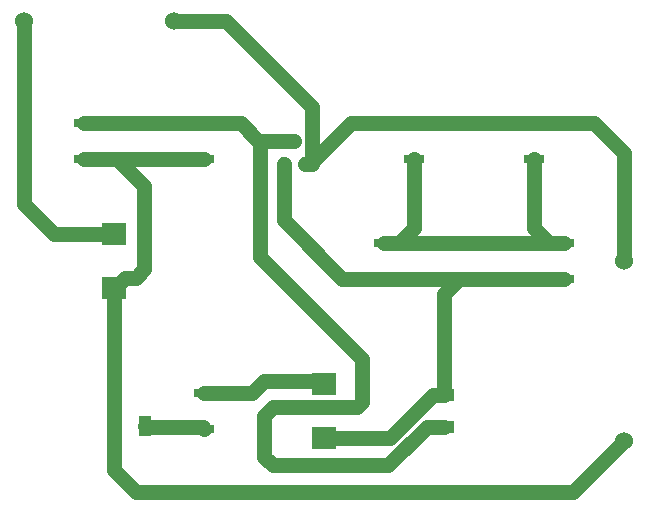
<source format=gbr>
%TF.GenerationSoftware,Altium Limited,Altium Designer,22.0.2 (36)*%
G04 Layer_Physical_Order=1*
G04 Layer_Color=255*
%FSLAX26Y26*%
%MOIN*%
%TF.SameCoordinates,78F3E5F7-FCA1-4231-9FF1-04497C850479*%
%TF.FilePolarity,Positive*%
%TF.FileFunction,Copper,L1,Top,Signal*%
%TF.Part,Single*%
G01*
G75*
%TA.AperFunction,SMDPad,CuDef*%
%ADD10R,0.068898X0.030000*%
%ADD11R,0.022000X0.050000*%
%ADD12R,0.080000X0.074000*%
%ADD13R,0.043307X0.066929*%
%ADD14R,0.066929X0.043307*%
%TA.AperFunction,Conductor*%
%ADD15C,0.050000*%
%TA.AperFunction,ViaPad*%
%ADD16C,0.060000*%
D10*
X400000Y1359000D02*
D03*
Y1241000D02*
D03*
X800000Y1359000D02*
D03*
Y1241000D02*
D03*
X1900000Y1359000D02*
D03*
Y1241000D02*
D03*
X1500000Y1359000D02*
D03*
Y1241000D02*
D03*
X2000000Y959000D02*
D03*
Y841000D02*
D03*
X1700000Y959000D02*
D03*
Y841000D02*
D03*
X1400000Y959000D02*
D03*
Y841000D02*
D03*
X800000Y459000D02*
D03*
Y341000D02*
D03*
D11*
X1100000Y1300000D02*
D03*
X1136024Y1224000D02*
D03*
X1063976D02*
D03*
D12*
X500000Y811000D02*
D03*
Y989000D02*
D03*
X1200000Y311000D02*
D03*
Y489000D02*
D03*
D13*
X603150Y350000D02*
D03*
X496850D02*
D03*
D14*
X1600000Y453150D02*
D03*
Y346850D02*
D03*
D15*
X510000Y1241000D02*
X600000Y1151000D01*
X503000Y811000D02*
X536333Y844333D01*
X570711D02*
X600000Y873623D01*
X500000Y811000D02*
X503000D01*
X536333Y844333D02*
X570711D01*
X600000Y873623D02*
Y1151000D01*
X603150Y348846D02*
X606496Y345500D01*
X603150Y348846D02*
Y350000D01*
X606496Y345500D02*
X795500D01*
X800000Y341000D01*
X571000Y129000D02*
X2029000D01*
X496850Y203150D02*
X571000Y129000D01*
X496850Y203150D02*
Y350000D01*
X498425Y809425D02*
X500000Y811000D01*
X498425Y351575D02*
Y809425D01*
X496850Y350000D02*
X498425Y351575D01*
X2029000Y129000D02*
X2200000Y300000D01*
X1029289Y219000D02*
X1413150D01*
X1000000Y248289D02*
X1029289Y219000D01*
X1000000Y248289D02*
Y382711D01*
X1029289Y412000D02*
X1307000D01*
X1000000Y382711D02*
X1029289Y412000D01*
X1000000Y500000D02*
X1189000D01*
X1200000Y489000D01*
X800000Y459000D02*
X959000D01*
X1000000Y500000D01*
X1324000Y429000D02*
Y573000D01*
X1307000Y412000D02*
X1324000Y429000D01*
X1063976Y1036024D02*
Y1224000D01*
X1259000Y841000D02*
X1400000D01*
X1063976Y1036024D02*
X1259000Y841000D01*
X979224Y1300000D02*
X985000Y1294224D01*
Y912000D02*
Y1294224D01*
X920224Y1359000D02*
X979224Y1300000D01*
X1100000D01*
X800000Y1359000D02*
X920224D01*
X1160000Y1224000D02*
Y1231000D01*
X873000Y1700000D02*
X1160000Y1413000D01*
X1136024Y1224000D02*
X1153000D01*
X1160000Y1231000D01*
Y1413000D01*
X1153000Y1224000D02*
X1160000D01*
X700000Y1700000D02*
X873000D01*
X400000Y1241000D02*
X510000D01*
X1160000Y1231000D02*
X1288000Y1359000D01*
X1400000Y841000D02*
X1650000D01*
X1450000Y959000D02*
X1700000D01*
X1650000Y841000D02*
X1700000D01*
X1600000Y791000D02*
X1650000Y841000D01*
X1600000Y453150D02*
Y791000D01*
X985000Y912000D02*
X1324000Y573000D01*
X1413150Y219000D02*
X1541000Y346850D01*
X1600000D01*
X1500000Y1009000D02*
Y1241000D01*
X1450000Y959000D02*
X1500000Y1009000D01*
X1400000Y959000D02*
X1450000D01*
X1900000Y1009000D02*
Y1241000D01*
Y1009000D02*
X1950000Y959000D01*
X2000000D01*
X1562150Y453150D02*
X1600000D01*
X1420000Y311000D02*
X1562150Y453150D01*
X1200000Y311000D02*
X1420000D01*
X1900000Y1359000D02*
X2100000D01*
X2200000Y1259000D01*
Y900000D02*
Y1259000D01*
X200000Y1089000D02*
Y1700000D01*
Y1089000D02*
X300000Y989000D01*
X500000D01*
X1288000Y1359000D02*
X1500000D01*
X510000Y1241000D02*
X800000D01*
X1500000Y1359000D02*
X1900000D01*
X1700000Y841000D02*
X2000000D01*
X400000Y1359000D02*
X800000D01*
X1700000Y959000D02*
X1950000D01*
D16*
X2200000Y900000D02*
D03*
Y300000D02*
D03*
X200000Y1700000D02*
D03*
X700000D02*
D03*
%TF.MD5,08d6b61e2fa02d48f4a2800e375c7218*%
M02*

</source>
